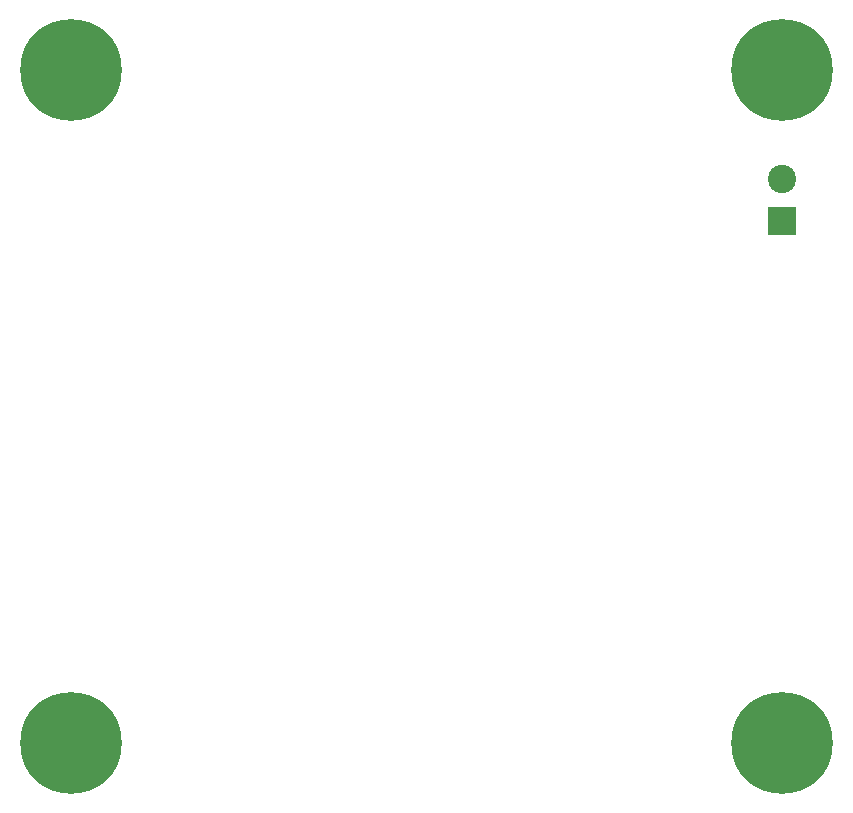
<source format=gbr>
%TF.GenerationSoftware,KiCad,Pcbnew,(5.1.9-0-10_14)*%
%TF.CreationDate,2021-04-28T14:39:26+08:00*%
%TF.ProjectId,TPT_PCB,5450545f-5043-4422-9e6b-696361645f70,rev?*%
%TF.SameCoordinates,Original*%
%TF.FileFunction,Soldermask,Bot*%
%TF.FilePolarity,Negative*%
%FSLAX46Y46*%
G04 Gerber Fmt 4.6, Leading zero omitted, Abs format (unit mm)*
G04 Created by KiCad (PCBNEW (5.1.9-0-10_14)) date 2021-04-28 14:39:26*
%MOMM*%
%LPD*%
G01*
G04 APERTURE LIST*
%ADD10C,2.400000*%
%ADD11R,2.400000X2.400000*%
%ADD12C,0.900000*%
%ADD13C,8.600000*%
G04 APERTURE END LIST*
D10*
%TO.C,J7*%
X189000000Y-74300000D03*
D11*
X189000000Y-77800000D03*
%TD*%
D12*
%TO.C,H1*%
X191280419Y-62719581D03*
X189000000Y-61775000D03*
X186719581Y-62719581D03*
X185775000Y-65000000D03*
X186719581Y-67280419D03*
X189000000Y-68225000D03*
X191280419Y-67280419D03*
X192225000Y-65000000D03*
D13*
X189000000Y-65000000D03*
%TD*%
%TO.C,H2*%
X189000000Y-122000000D03*
D12*
X192225000Y-122000000D03*
X191280419Y-124280419D03*
X189000000Y-125225000D03*
X186719581Y-124280419D03*
X185775000Y-122000000D03*
X186719581Y-119719581D03*
X189000000Y-118775000D03*
X191280419Y-119719581D03*
%TD*%
%TO.C,H3*%
X131080419Y-62719581D03*
X128800000Y-61775000D03*
X126519581Y-62719581D03*
X125575000Y-65000000D03*
X126519581Y-67280419D03*
X128800000Y-68225000D03*
X131080419Y-67280419D03*
X132025000Y-65000000D03*
D13*
X128800000Y-65000000D03*
%TD*%
%TO.C,H4*%
X128800000Y-122000000D03*
D12*
X132025000Y-122000000D03*
X131080419Y-124280419D03*
X128800000Y-125225000D03*
X126519581Y-124280419D03*
X125575000Y-122000000D03*
X126519581Y-119719581D03*
X128800000Y-118775000D03*
X131080419Y-119719581D03*
%TD*%
M02*

</source>
